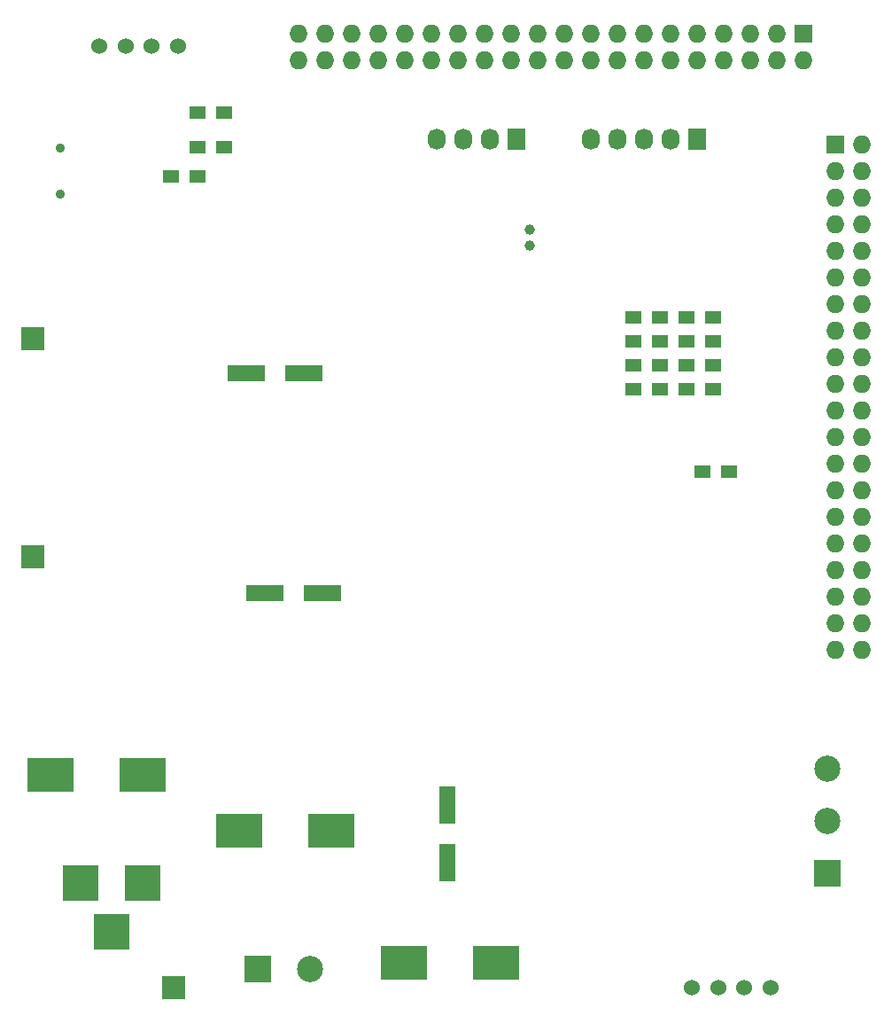
<source format=gbs>
G04 #@! TF.FileFunction,Soldermask,Bot*
%FSLAX46Y46*%
G04 Gerber Fmt 4.6, Leading zero omitted, Abs format (unit mm)*
G04 Created by KiCad (PCBNEW 4.0.2+dfsg1-stable) date 2017년 07월 06일 (목) 오전 10시 53분 42초*
%MOMM*%
G01*
G04 APERTURE LIST*
%ADD10C,0.100000*%
%ADD11R,3.599180X1.600200*%
%ADD12R,1.500000X1.250000*%
%ADD13R,4.500880X3.299460*%
%ADD14R,4.498340X3.299460*%
%ADD15R,1.600200X3.599180*%
%ADD16R,1.727200X2.032000*%
%ADD17O,1.727200X2.032000*%
%ADD18R,1.727200X1.727200*%
%ADD19O,1.727200X1.727200*%
%ADD20R,3.500120X3.500120*%
%ADD21R,2.235200X2.235200*%
%ADD22R,2.500000X2.500000*%
%ADD23C,2.500000*%
%ADD24C,1.524000*%
%ADD25C,0.899160*%
%ADD26C,1.000760*%
G04 APERTURE END LIST*
D10*
D11*
X101643180Y-82169000D03*
X107144820Y-82169000D03*
D12*
X143530000Y-70612000D03*
X146030000Y-70612000D03*
X136926000Y-55880000D03*
X139426000Y-55880000D03*
X136926000Y-60452000D03*
X139426000Y-60452000D03*
X144506000Y-55880000D03*
X142006000Y-55880000D03*
X144506000Y-60452000D03*
X142006000Y-60452000D03*
X136926000Y-58166000D03*
X139426000Y-58166000D03*
X136926000Y-62738000D03*
X139426000Y-62738000D03*
X144506000Y-58166000D03*
X142006000Y-58166000D03*
X144506000Y-62738000D03*
X142006000Y-62738000D03*
X97770000Y-36322000D03*
X95270000Y-36322000D03*
X97770000Y-39624000D03*
X95270000Y-39624000D03*
X92730000Y-42418000D03*
X95230000Y-42418000D03*
D13*
X89997280Y-99568000D03*
D14*
X81198720Y-99568000D03*
D13*
X108031280Y-104902000D03*
D14*
X99232720Y-104902000D03*
D13*
X123779280Y-117475000D03*
D14*
X114980720Y-117475000D03*
D11*
X99865180Y-61214000D03*
X105366820Y-61214000D03*
D15*
X119126000Y-102405180D03*
X119126000Y-107906820D03*
D16*
X125730000Y-38862000D03*
D17*
X123190000Y-38862000D03*
X120650000Y-38862000D03*
X118110000Y-38862000D03*
D16*
X143002000Y-38862000D03*
D17*
X140462000Y-38862000D03*
X137922000Y-38862000D03*
X135382000Y-38862000D03*
X132842000Y-38862000D03*
D18*
X156210000Y-39370000D03*
D19*
X158750000Y-39370000D03*
X156210000Y-41910000D03*
X158750000Y-41910000D03*
X156210000Y-44450000D03*
X158750000Y-44450000D03*
X156210000Y-46990000D03*
X158750000Y-46990000D03*
X156210000Y-49530000D03*
X158750000Y-49530000D03*
X156210000Y-52070000D03*
X158750000Y-52070000D03*
X156210000Y-54610000D03*
X158750000Y-54610000D03*
X156210000Y-57150000D03*
X158750000Y-57150000D03*
X156210000Y-59690000D03*
X158750000Y-59690000D03*
X156210000Y-62230000D03*
X158750000Y-62230000D03*
X156210000Y-64770000D03*
X158750000Y-64770000D03*
X156210000Y-67310000D03*
X158750000Y-67310000D03*
X156210000Y-69850000D03*
X158750000Y-69850000D03*
X156210000Y-72390000D03*
X158750000Y-72390000D03*
X156210000Y-74930000D03*
X158750000Y-74930000D03*
X156210000Y-77470000D03*
X158750000Y-77470000D03*
X156210000Y-80010000D03*
X158750000Y-80010000D03*
X156210000Y-82550000D03*
X158750000Y-82550000D03*
X156210000Y-85090000D03*
X158750000Y-85090000D03*
X156210000Y-87630000D03*
X158750000Y-87630000D03*
D20*
X90020140Y-109855000D03*
X84020660Y-109855000D03*
X87020400Y-114554000D03*
D21*
X92964000Y-119888000D03*
D22*
X100965000Y-118110000D03*
D23*
X105965000Y-118110000D03*
D21*
X79502000Y-78740000D03*
X79502000Y-57912000D03*
D18*
X153130000Y-28730000D03*
D19*
X153130000Y-31270000D03*
X150590000Y-28730000D03*
X150590000Y-31270000D03*
X148050000Y-28730000D03*
X148050000Y-31270000D03*
X145510000Y-28730000D03*
X145510000Y-31270000D03*
X142970000Y-28730000D03*
X142970000Y-31270000D03*
X140430000Y-28730000D03*
X140430000Y-31270000D03*
X137890000Y-28730000D03*
X137890000Y-31270000D03*
X135350000Y-28730000D03*
X135350000Y-31270000D03*
X132810000Y-28730000D03*
X132810000Y-31270000D03*
X130270000Y-28730000D03*
X130270000Y-31270000D03*
X127730000Y-28730000D03*
X127730000Y-31270000D03*
X125190000Y-28730000D03*
X125190000Y-31270000D03*
X122650000Y-28730000D03*
X122650000Y-31270000D03*
X120110000Y-28730000D03*
X120110000Y-31270000D03*
X117570000Y-28730000D03*
X117570000Y-31270000D03*
X115030000Y-28730000D03*
X115030000Y-31270000D03*
X112490000Y-28730000D03*
X112490000Y-31270000D03*
X109950000Y-28730000D03*
X109950000Y-31270000D03*
X107410000Y-28730000D03*
X107410000Y-31270000D03*
X104870000Y-28730000D03*
X104870000Y-31270000D03*
D24*
X85852000Y-29972000D03*
X88352000Y-29972000D03*
X90852000Y-29972000D03*
X93352000Y-29972000D03*
D25*
X82130900Y-39710360D03*
X82130900Y-44109640D03*
D23*
X155448000Y-98966000D03*
D22*
X155448000Y-108966000D03*
D23*
X155448000Y-103966000D03*
D24*
X142494000Y-119888000D03*
X144994000Y-119888000D03*
X147494000Y-119888000D03*
X149994000Y-119888000D03*
D26*
X127000000Y-49009300D03*
X127000000Y-47510700D03*
M02*

</source>
